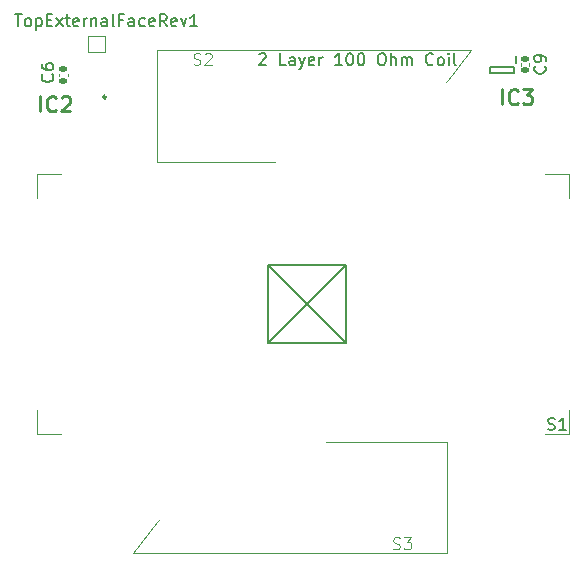
<source format=gto>
G04 #@! TF.GenerationSoftware,KiCad,Pcbnew,7.0.2*
G04 #@! TF.CreationDate,2023-07-30T22:18:18-04:00*
G04 #@! TF.ProjectId,TopExternalFaceRev1,546f7045-7874-4657-926e-616c46616365,rev?*
G04 #@! TF.SameCoordinates,Original*
G04 #@! TF.FileFunction,Legend,Top*
G04 #@! TF.FilePolarity,Positive*
%FSLAX46Y46*%
G04 Gerber Fmt 4.6, Leading zero omitted, Abs format (unit mm)*
G04 Created by KiCad (PCBNEW 7.0.2) date 2023-07-30 22:18:18*
%MOMM*%
%LPD*%
G01*
G04 APERTURE LIST*
G04 Aperture macros list*
%AMRoundRect*
0 Rectangle with rounded corners*
0 $1 Rounding radius*
0 $2 $3 $4 $5 $6 $7 $8 $9 X,Y pos of 4 corners*
0 Add a 4 corners polygon primitive as box body*
4,1,4,$2,$3,$4,$5,$6,$7,$8,$9,$2,$3,0*
0 Add four circle primitives for the rounded corners*
1,1,$1+$1,$2,$3*
1,1,$1+$1,$4,$5*
1,1,$1+$1,$6,$7*
1,1,$1+$1,$8,$9*
0 Add four rect primitives between the rounded corners*
20,1,$1+$1,$2,$3,$4,$5,0*
20,1,$1+$1,$4,$5,$6,$7,0*
20,1,$1+$1,$6,$7,$8,$9,0*
20,1,$1+$1,$8,$9,$2,$3,0*%
%AMOutline4P*
0 Free polygon, 4 corners , with rotation*
0 The origin of the aperture is its center*
0 number of corners: always 4*
0 $1 to $8 corner X, Y*
0 $9 Rotation angle, in degrees counterclockwise*
0 create outline with 4 corners*
4,1,4,$1,$2,$3,$4,$5,$6,$7,$8,$1,$2,$9*%
G04 Aperture macros list end*
%ADD10C,0.150000*%
%ADD11C,0.254000*%
%ADD12C,0.100000*%
%ADD13C,0.120000*%
%ADD14C,0.200000*%
%ADD15C,0.250000*%
%ADD16C,3.500000*%
%ADD17R,1.000000X1.000000*%
%ADD18RoundRect,0.140000X0.170000X-0.140000X0.170000X0.140000X-0.170000X0.140000X-0.170000X-0.140000X0*%
%ADD19RoundRect,0.140000X-0.170000X0.140000X-0.170000X-0.140000X0.170000X-0.140000X0.170000X0.140000X0*%
%ADD20R,0.300000X0.620000*%
%ADD21Outline4P,-8.500000X-1.500000X8.500000X-1.500000X2.500000X1.500000X-2.500000X1.500000X25.000000*%
%ADD22R,2.530000X7.220000*%
%ADD23Outline4P,-8.500000X-1.500000X8.500000X-1.500000X2.500000X1.500000X-2.500000X1.500000X205.000000*%
%ADD24R,0.600000X0.350000*%
%ADD25R,1.100000X1.700000*%
G04 APERTURE END LIST*
D10*
X122000000Y-121800000D02*
X128600000Y-121800000D01*
X128600000Y-128400000D01*
X122000000Y-128400000D01*
X122000000Y-121800000D01*
X128600000Y-121800000D02*
X122000000Y-128400000D01*
X122000000Y-121800000D02*
X128600000Y-128400000D01*
X121290476Y-103972857D02*
X121338095Y-103925238D01*
X121338095Y-103925238D02*
X121433333Y-103877619D01*
X121433333Y-103877619D02*
X121671428Y-103877619D01*
X121671428Y-103877619D02*
X121766666Y-103925238D01*
X121766666Y-103925238D02*
X121814285Y-103972857D01*
X121814285Y-103972857D02*
X121861904Y-104068095D01*
X121861904Y-104068095D02*
X121861904Y-104163333D01*
X121861904Y-104163333D02*
X121814285Y-104306190D01*
X121814285Y-104306190D02*
X121242857Y-104877619D01*
X121242857Y-104877619D02*
X121861904Y-104877619D01*
X123528571Y-104877619D02*
X123052381Y-104877619D01*
X123052381Y-104877619D02*
X123052381Y-103877619D01*
X124290476Y-104877619D02*
X124290476Y-104353809D01*
X124290476Y-104353809D02*
X124242857Y-104258571D01*
X124242857Y-104258571D02*
X124147619Y-104210952D01*
X124147619Y-104210952D02*
X123957143Y-104210952D01*
X123957143Y-104210952D02*
X123861905Y-104258571D01*
X124290476Y-104830000D02*
X124195238Y-104877619D01*
X124195238Y-104877619D02*
X123957143Y-104877619D01*
X123957143Y-104877619D02*
X123861905Y-104830000D01*
X123861905Y-104830000D02*
X123814286Y-104734761D01*
X123814286Y-104734761D02*
X123814286Y-104639523D01*
X123814286Y-104639523D02*
X123861905Y-104544285D01*
X123861905Y-104544285D02*
X123957143Y-104496666D01*
X123957143Y-104496666D02*
X124195238Y-104496666D01*
X124195238Y-104496666D02*
X124290476Y-104449047D01*
X124671429Y-104210952D02*
X124909524Y-104877619D01*
X125147619Y-104210952D02*
X124909524Y-104877619D01*
X124909524Y-104877619D02*
X124814286Y-105115714D01*
X124814286Y-105115714D02*
X124766667Y-105163333D01*
X124766667Y-105163333D02*
X124671429Y-105210952D01*
X125909524Y-104830000D02*
X125814286Y-104877619D01*
X125814286Y-104877619D02*
X125623810Y-104877619D01*
X125623810Y-104877619D02*
X125528572Y-104830000D01*
X125528572Y-104830000D02*
X125480953Y-104734761D01*
X125480953Y-104734761D02*
X125480953Y-104353809D01*
X125480953Y-104353809D02*
X125528572Y-104258571D01*
X125528572Y-104258571D02*
X125623810Y-104210952D01*
X125623810Y-104210952D02*
X125814286Y-104210952D01*
X125814286Y-104210952D02*
X125909524Y-104258571D01*
X125909524Y-104258571D02*
X125957143Y-104353809D01*
X125957143Y-104353809D02*
X125957143Y-104449047D01*
X125957143Y-104449047D02*
X125480953Y-104544285D01*
X126385715Y-104877619D02*
X126385715Y-104210952D01*
X126385715Y-104401428D02*
X126433334Y-104306190D01*
X126433334Y-104306190D02*
X126480953Y-104258571D01*
X126480953Y-104258571D02*
X126576191Y-104210952D01*
X126576191Y-104210952D02*
X126671429Y-104210952D01*
X128290477Y-104877619D02*
X127719049Y-104877619D01*
X128004763Y-104877619D02*
X128004763Y-103877619D01*
X128004763Y-103877619D02*
X127909525Y-104020476D01*
X127909525Y-104020476D02*
X127814287Y-104115714D01*
X127814287Y-104115714D02*
X127719049Y-104163333D01*
X128909525Y-103877619D02*
X129004763Y-103877619D01*
X129004763Y-103877619D02*
X129100001Y-103925238D01*
X129100001Y-103925238D02*
X129147620Y-103972857D01*
X129147620Y-103972857D02*
X129195239Y-104068095D01*
X129195239Y-104068095D02*
X129242858Y-104258571D01*
X129242858Y-104258571D02*
X129242858Y-104496666D01*
X129242858Y-104496666D02*
X129195239Y-104687142D01*
X129195239Y-104687142D02*
X129147620Y-104782380D01*
X129147620Y-104782380D02*
X129100001Y-104830000D01*
X129100001Y-104830000D02*
X129004763Y-104877619D01*
X129004763Y-104877619D02*
X128909525Y-104877619D01*
X128909525Y-104877619D02*
X128814287Y-104830000D01*
X128814287Y-104830000D02*
X128766668Y-104782380D01*
X128766668Y-104782380D02*
X128719049Y-104687142D01*
X128719049Y-104687142D02*
X128671430Y-104496666D01*
X128671430Y-104496666D02*
X128671430Y-104258571D01*
X128671430Y-104258571D02*
X128719049Y-104068095D01*
X128719049Y-104068095D02*
X128766668Y-103972857D01*
X128766668Y-103972857D02*
X128814287Y-103925238D01*
X128814287Y-103925238D02*
X128909525Y-103877619D01*
X129861906Y-103877619D02*
X129957144Y-103877619D01*
X129957144Y-103877619D02*
X130052382Y-103925238D01*
X130052382Y-103925238D02*
X130100001Y-103972857D01*
X130100001Y-103972857D02*
X130147620Y-104068095D01*
X130147620Y-104068095D02*
X130195239Y-104258571D01*
X130195239Y-104258571D02*
X130195239Y-104496666D01*
X130195239Y-104496666D02*
X130147620Y-104687142D01*
X130147620Y-104687142D02*
X130100001Y-104782380D01*
X130100001Y-104782380D02*
X130052382Y-104830000D01*
X130052382Y-104830000D02*
X129957144Y-104877619D01*
X129957144Y-104877619D02*
X129861906Y-104877619D01*
X129861906Y-104877619D02*
X129766668Y-104830000D01*
X129766668Y-104830000D02*
X129719049Y-104782380D01*
X129719049Y-104782380D02*
X129671430Y-104687142D01*
X129671430Y-104687142D02*
X129623811Y-104496666D01*
X129623811Y-104496666D02*
X129623811Y-104258571D01*
X129623811Y-104258571D02*
X129671430Y-104068095D01*
X129671430Y-104068095D02*
X129719049Y-103972857D01*
X129719049Y-103972857D02*
X129766668Y-103925238D01*
X129766668Y-103925238D02*
X129861906Y-103877619D01*
X131576192Y-103877619D02*
X131766668Y-103877619D01*
X131766668Y-103877619D02*
X131861906Y-103925238D01*
X131861906Y-103925238D02*
X131957144Y-104020476D01*
X131957144Y-104020476D02*
X132004763Y-104210952D01*
X132004763Y-104210952D02*
X132004763Y-104544285D01*
X132004763Y-104544285D02*
X131957144Y-104734761D01*
X131957144Y-104734761D02*
X131861906Y-104830000D01*
X131861906Y-104830000D02*
X131766668Y-104877619D01*
X131766668Y-104877619D02*
X131576192Y-104877619D01*
X131576192Y-104877619D02*
X131480954Y-104830000D01*
X131480954Y-104830000D02*
X131385716Y-104734761D01*
X131385716Y-104734761D02*
X131338097Y-104544285D01*
X131338097Y-104544285D02*
X131338097Y-104210952D01*
X131338097Y-104210952D02*
X131385716Y-104020476D01*
X131385716Y-104020476D02*
X131480954Y-103925238D01*
X131480954Y-103925238D02*
X131576192Y-103877619D01*
X132433335Y-104877619D02*
X132433335Y-103877619D01*
X132861906Y-104877619D02*
X132861906Y-104353809D01*
X132861906Y-104353809D02*
X132814287Y-104258571D01*
X132814287Y-104258571D02*
X132719049Y-104210952D01*
X132719049Y-104210952D02*
X132576192Y-104210952D01*
X132576192Y-104210952D02*
X132480954Y-104258571D01*
X132480954Y-104258571D02*
X132433335Y-104306190D01*
X133338097Y-104877619D02*
X133338097Y-104210952D01*
X133338097Y-104306190D02*
X133385716Y-104258571D01*
X133385716Y-104258571D02*
X133480954Y-104210952D01*
X133480954Y-104210952D02*
X133623811Y-104210952D01*
X133623811Y-104210952D02*
X133719049Y-104258571D01*
X133719049Y-104258571D02*
X133766668Y-104353809D01*
X133766668Y-104353809D02*
X133766668Y-104877619D01*
X133766668Y-104353809D02*
X133814287Y-104258571D01*
X133814287Y-104258571D02*
X133909525Y-104210952D01*
X133909525Y-104210952D02*
X134052382Y-104210952D01*
X134052382Y-104210952D02*
X134147621Y-104258571D01*
X134147621Y-104258571D02*
X134195240Y-104353809D01*
X134195240Y-104353809D02*
X134195240Y-104877619D01*
X136004763Y-104782380D02*
X135957144Y-104830000D01*
X135957144Y-104830000D02*
X135814287Y-104877619D01*
X135814287Y-104877619D02*
X135719049Y-104877619D01*
X135719049Y-104877619D02*
X135576192Y-104830000D01*
X135576192Y-104830000D02*
X135480954Y-104734761D01*
X135480954Y-104734761D02*
X135433335Y-104639523D01*
X135433335Y-104639523D02*
X135385716Y-104449047D01*
X135385716Y-104449047D02*
X135385716Y-104306190D01*
X135385716Y-104306190D02*
X135433335Y-104115714D01*
X135433335Y-104115714D02*
X135480954Y-104020476D01*
X135480954Y-104020476D02*
X135576192Y-103925238D01*
X135576192Y-103925238D02*
X135719049Y-103877619D01*
X135719049Y-103877619D02*
X135814287Y-103877619D01*
X135814287Y-103877619D02*
X135957144Y-103925238D01*
X135957144Y-103925238D02*
X136004763Y-103972857D01*
X136576192Y-104877619D02*
X136480954Y-104830000D01*
X136480954Y-104830000D02*
X136433335Y-104782380D01*
X136433335Y-104782380D02*
X136385716Y-104687142D01*
X136385716Y-104687142D02*
X136385716Y-104401428D01*
X136385716Y-104401428D02*
X136433335Y-104306190D01*
X136433335Y-104306190D02*
X136480954Y-104258571D01*
X136480954Y-104258571D02*
X136576192Y-104210952D01*
X136576192Y-104210952D02*
X136719049Y-104210952D01*
X136719049Y-104210952D02*
X136814287Y-104258571D01*
X136814287Y-104258571D02*
X136861906Y-104306190D01*
X136861906Y-104306190D02*
X136909525Y-104401428D01*
X136909525Y-104401428D02*
X136909525Y-104687142D01*
X136909525Y-104687142D02*
X136861906Y-104782380D01*
X136861906Y-104782380D02*
X136814287Y-104830000D01*
X136814287Y-104830000D02*
X136719049Y-104877619D01*
X136719049Y-104877619D02*
X136576192Y-104877619D01*
X137338097Y-104877619D02*
X137338097Y-104210952D01*
X137338097Y-103877619D02*
X137290478Y-103925238D01*
X137290478Y-103925238D02*
X137338097Y-103972857D01*
X137338097Y-103972857D02*
X137385716Y-103925238D01*
X137385716Y-103925238D02*
X137338097Y-103877619D01*
X137338097Y-103877619D02*
X137338097Y-103972857D01*
X137957144Y-104877619D02*
X137861906Y-104830000D01*
X137861906Y-104830000D02*
X137814287Y-104734761D01*
X137814287Y-104734761D02*
X137814287Y-103877619D01*
X100595238Y-100577619D02*
X101166666Y-100577619D01*
X100880952Y-101577619D02*
X100880952Y-100577619D01*
X101642857Y-101577619D02*
X101547619Y-101530000D01*
X101547619Y-101530000D02*
X101500000Y-101482380D01*
X101500000Y-101482380D02*
X101452381Y-101387142D01*
X101452381Y-101387142D02*
X101452381Y-101101428D01*
X101452381Y-101101428D02*
X101500000Y-101006190D01*
X101500000Y-101006190D02*
X101547619Y-100958571D01*
X101547619Y-100958571D02*
X101642857Y-100910952D01*
X101642857Y-100910952D02*
X101785714Y-100910952D01*
X101785714Y-100910952D02*
X101880952Y-100958571D01*
X101880952Y-100958571D02*
X101928571Y-101006190D01*
X101928571Y-101006190D02*
X101976190Y-101101428D01*
X101976190Y-101101428D02*
X101976190Y-101387142D01*
X101976190Y-101387142D02*
X101928571Y-101482380D01*
X101928571Y-101482380D02*
X101880952Y-101530000D01*
X101880952Y-101530000D02*
X101785714Y-101577619D01*
X101785714Y-101577619D02*
X101642857Y-101577619D01*
X102404762Y-100910952D02*
X102404762Y-101910952D01*
X102404762Y-100958571D02*
X102500000Y-100910952D01*
X102500000Y-100910952D02*
X102690476Y-100910952D01*
X102690476Y-100910952D02*
X102785714Y-100958571D01*
X102785714Y-100958571D02*
X102833333Y-101006190D01*
X102833333Y-101006190D02*
X102880952Y-101101428D01*
X102880952Y-101101428D02*
X102880952Y-101387142D01*
X102880952Y-101387142D02*
X102833333Y-101482380D01*
X102833333Y-101482380D02*
X102785714Y-101530000D01*
X102785714Y-101530000D02*
X102690476Y-101577619D01*
X102690476Y-101577619D02*
X102500000Y-101577619D01*
X102500000Y-101577619D02*
X102404762Y-101530000D01*
X103309524Y-101053809D02*
X103642857Y-101053809D01*
X103785714Y-101577619D02*
X103309524Y-101577619D01*
X103309524Y-101577619D02*
X103309524Y-100577619D01*
X103309524Y-100577619D02*
X103785714Y-100577619D01*
X104119048Y-101577619D02*
X104642857Y-100910952D01*
X104119048Y-100910952D02*
X104642857Y-101577619D01*
X104880953Y-100910952D02*
X105261905Y-100910952D01*
X105023810Y-100577619D02*
X105023810Y-101434761D01*
X105023810Y-101434761D02*
X105071429Y-101530000D01*
X105071429Y-101530000D02*
X105166667Y-101577619D01*
X105166667Y-101577619D02*
X105261905Y-101577619D01*
X105976191Y-101530000D02*
X105880953Y-101577619D01*
X105880953Y-101577619D02*
X105690477Y-101577619D01*
X105690477Y-101577619D02*
X105595239Y-101530000D01*
X105595239Y-101530000D02*
X105547620Y-101434761D01*
X105547620Y-101434761D02*
X105547620Y-101053809D01*
X105547620Y-101053809D02*
X105595239Y-100958571D01*
X105595239Y-100958571D02*
X105690477Y-100910952D01*
X105690477Y-100910952D02*
X105880953Y-100910952D01*
X105880953Y-100910952D02*
X105976191Y-100958571D01*
X105976191Y-100958571D02*
X106023810Y-101053809D01*
X106023810Y-101053809D02*
X106023810Y-101149047D01*
X106023810Y-101149047D02*
X105547620Y-101244285D01*
X106452382Y-101577619D02*
X106452382Y-100910952D01*
X106452382Y-101101428D02*
X106500001Y-101006190D01*
X106500001Y-101006190D02*
X106547620Y-100958571D01*
X106547620Y-100958571D02*
X106642858Y-100910952D01*
X106642858Y-100910952D02*
X106738096Y-100910952D01*
X107071430Y-100910952D02*
X107071430Y-101577619D01*
X107071430Y-101006190D02*
X107119049Y-100958571D01*
X107119049Y-100958571D02*
X107214287Y-100910952D01*
X107214287Y-100910952D02*
X107357144Y-100910952D01*
X107357144Y-100910952D02*
X107452382Y-100958571D01*
X107452382Y-100958571D02*
X107500001Y-101053809D01*
X107500001Y-101053809D02*
X107500001Y-101577619D01*
X108404763Y-101577619D02*
X108404763Y-101053809D01*
X108404763Y-101053809D02*
X108357144Y-100958571D01*
X108357144Y-100958571D02*
X108261906Y-100910952D01*
X108261906Y-100910952D02*
X108071430Y-100910952D01*
X108071430Y-100910952D02*
X107976192Y-100958571D01*
X108404763Y-101530000D02*
X108309525Y-101577619D01*
X108309525Y-101577619D02*
X108071430Y-101577619D01*
X108071430Y-101577619D02*
X107976192Y-101530000D01*
X107976192Y-101530000D02*
X107928573Y-101434761D01*
X107928573Y-101434761D02*
X107928573Y-101339523D01*
X107928573Y-101339523D02*
X107976192Y-101244285D01*
X107976192Y-101244285D02*
X108071430Y-101196666D01*
X108071430Y-101196666D02*
X108309525Y-101196666D01*
X108309525Y-101196666D02*
X108404763Y-101149047D01*
X109023811Y-101577619D02*
X108928573Y-101530000D01*
X108928573Y-101530000D02*
X108880954Y-101434761D01*
X108880954Y-101434761D02*
X108880954Y-100577619D01*
X109738097Y-101053809D02*
X109404764Y-101053809D01*
X109404764Y-101577619D02*
X109404764Y-100577619D01*
X109404764Y-100577619D02*
X109880954Y-100577619D01*
X110690478Y-101577619D02*
X110690478Y-101053809D01*
X110690478Y-101053809D02*
X110642859Y-100958571D01*
X110642859Y-100958571D02*
X110547621Y-100910952D01*
X110547621Y-100910952D02*
X110357145Y-100910952D01*
X110357145Y-100910952D02*
X110261907Y-100958571D01*
X110690478Y-101530000D02*
X110595240Y-101577619D01*
X110595240Y-101577619D02*
X110357145Y-101577619D01*
X110357145Y-101577619D02*
X110261907Y-101530000D01*
X110261907Y-101530000D02*
X110214288Y-101434761D01*
X110214288Y-101434761D02*
X110214288Y-101339523D01*
X110214288Y-101339523D02*
X110261907Y-101244285D01*
X110261907Y-101244285D02*
X110357145Y-101196666D01*
X110357145Y-101196666D02*
X110595240Y-101196666D01*
X110595240Y-101196666D02*
X110690478Y-101149047D01*
X111595240Y-101530000D02*
X111500002Y-101577619D01*
X111500002Y-101577619D02*
X111309526Y-101577619D01*
X111309526Y-101577619D02*
X111214288Y-101530000D01*
X111214288Y-101530000D02*
X111166669Y-101482380D01*
X111166669Y-101482380D02*
X111119050Y-101387142D01*
X111119050Y-101387142D02*
X111119050Y-101101428D01*
X111119050Y-101101428D02*
X111166669Y-101006190D01*
X111166669Y-101006190D02*
X111214288Y-100958571D01*
X111214288Y-100958571D02*
X111309526Y-100910952D01*
X111309526Y-100910952D02*
X111500002Y-100910952D01*
X111500002Y-100910952D02*
X111595240Y-100958571D01*
X112404764Y-101530000D02*
X112309526Y-101577619D01*
X112309526Y-101577619D02*
X112119050Y-101577619D01*
X112119050Y-101577619D02*
X112023812Y-101530000D01*
X112023812Y-101530000D02*
X111976193Y-101434761D01*
X111976193Y-101434761D02*
X111976193Y-101053809D01*
X111976193Y-101053809D02*
X112023812Y-100958571D01*
X112023812Y-100958571D02*
X112119050Y-100910952D01*
X112119050Y-100910952D02*
X112309526Y-100910952D01*
X112309526Y-100910952D02*
X112404764Y-100958571D01*
X112404764Y-100958571D02*
X112452383Y-101053809D01*
X112452383Y-101053809D02*
X112452383Y-101149047D01*
X112452383Y-101149047D02*
X111976193Y-101244285D01*
X113452383Y-101577619D02*
X113119050Y-101101428D01*
X112880955Y-101577619D02*
X112880955Y-100577619D01*
X112880955Y-100577619D02*
X113261907Y-100577619D01*
X113261907Y-100577619D02*
X113357145Y-100625238D01*
X113357145Y-100625238D02*
X113404764Y-100672857D01*
X113404764Y-100672857D02*
X113452383Y-100768095D01*
X113452383Y-100768095D02*
X113452383Y-100910952D01*
X113452383Y-100910952D02*
X113404764Y-101006190D01*
X113404764Y-101006190D02*
X113357145Y-101053809D01*
X113357145Y-101053809D02*
X113261907Y-101101428D01*
X113261907Y-101101428D02*
X112880955Y-101101428D01*
X114261907Y-101530000D02*
X114166669Y-101577619D01*
X114166669Y-101577619D02*
X113976193Y-101577619D01*
X113976193Y-101577619D02*
X113880955Y-101530000D01*
X113880955Y-101530000D02*
X113833336Y-101434761D01*
X113833336Y-101434761D02*
X113833336Y-101053809D01*
X113833336Y-101053809D02*
X113880955Y-100958571D01*
X113880955Y-100958571D02*
X113976193Y-100910952D01*
X113976193Y-100910952D02*
X114166669Y-100910952D01*
X114166669Y-100910952D02*
X114261907Y-100958571D01*
X114261907Y-100958571D02*
X114309526Y-101053809D01*
X114309526Y-101053809D02*
X114309526Y-101149047D01*
X114309526Y-101149047D02*
X113833336Y-101244285D01*
X114642860Y-100910952D02*
X114880955Y-101577619D01*
X114880955Y-101577619D02*
X115119050Y-100910952D01*
X116023812Y-101577619D02*
X115452384Y-101577619D01*
X115738098Y-101577619D02*
X115738098Y-100577619D01*
X115738098Y-100577619D02*
X115642860Y-100720476D01*
X115642860Y-100720476D02*
X115547622Y-100815714D01*
X115547622Y-100815714D02*
X115452384Y-100863333D01*
X145738095Y-135715000D02*
X145880952Y-135762619D01*
X145880952Y-135762619D02*
X146119047Y-135762619D01*
X146119047Y-135762619D02*
X146214285Y-135715000D01*
X146214285Y-135715000D02*
X146261904Y-135667380D01*
X146261904Y-135667380D02*
X146309523Y-135572142D01*
X146309523Y-135572142D02*
X146309523Y-135476904D01*
X146309523Y-135476904D02*
X146261904Y-135381666D01*
X146261904Y-135381666D02*
X146214285Y-135334047D01*
X146214285Y-135334047D02*
X146119047Y-135286428D01*
X146119047Y-135286428D02*
X145928571Y-135238809D01*
X145928571Y-135238809D02*
X145833333Y-135191190D01*
X145833333Y-135191190D02*
X145785714Y-135143571D01*
X145785714Y-135143571D02*
X145738095Y-135048333D01*
X145738095Y-135048333D02*
X145738095Y-134953095D01*
X145738095Y-134953095D02*
X145785714Y-134857857D01*
X145785714Y-134857857D02*
X145833333Y-134810238D01*
X145833333Y-134810238D02*
X145928571Y-134762619D01*
X145928571Y-134762619D02*
X146166666Y-134762619D01*
X146166666Y-134762619D02*
X146309523Y-134810238D01*
X147261904Y-135762619D02*
X146690476Y-135762619D01*
X146976190Y-135762619D02*
X146976190Y-134762619D01*
X146976190Y-134762619D02*
X146880952Y-134905476D01*
X146880952Y-134905476D02*
X146785714Y-135000714D01*
X146785714Y-135000714D02*
X146690476Y-135048333D01*
X145467380Y-104966666D02*
X145515000Y-105014285D01*
X145515000Y-105014285D02*
X145562619Y-105157142D01*
X145562619Y-105157142D02*
X145562619Y-105252380D01*
X145562619Y-105252380D02*
X145515000Y-105395237D01*
X145515000Y-105395237D02*
X145419761Y-105490475D01*
X145419761Y-105490475D02*
X145324523Y-105538094D01*
X145324523Y-105538094D02*
X145134047Y-105585713D01*
X145134047Y-105585713D02*
X144991190Y-105585713D01*
X144991190Y-105585713D02*
X144800714Y-105538094D01*
X144800714Y-105538094D02*
X144705476Y-105490475D01*
X144705476Y-105490475D02*
X144610238Y-105395237D01*
X144610238Y-105395237D02*
X144562619Y-105252380D01*
X144562619Y-105252380D02*
X144562619Y-105157142D01*
X144562619Y-105157142D02*
X144610238Y-105014285D01*
X144610238Y-105014285D02*
X144657857Y-104966666D01*
X145562619Y-104490475D02*
X145562619Y-104299999D01*
X145562619Y-104299999D02*
X145515000Y-104204761D01*
X145515000Y-104204761D02*
X145467380Y-104157142D01*
X145467380Y-104157142D02*
X145324523Y-104061904D01*
X145324523Y-104061904D02*
X145134047Y-104014285D01*
X145134047Y-104014285D02*
X144753095Y-104014285D01*
X144753095Y-104014285D02*
X144657857Y-104061904D01*
X144657857Y-104061904D02*
X144610238Y-104109523D01*
X144610238Y-104109523D02*
X144562619Y-104204761D01*
X144562619Y-104204761D02*
X144562619Y-104395237D01*
X144562619Y-104395237D02*
X144610238Y-104490475D01*
X144610238Y-104490475D02*
X144657857Y-104538094D01*
X144657857Y-104538094D02*
X144753095Y-104585713D01*
X144753095Y-104585713D02*
X144991190Y-104585713D01*
X144991190Y-104585713D02*
X145086428Y-104538094D01*
X145086428Y-104538094D02*
X145134047Y-104490475D01*
X145134047Y-104490475D02*
X145181666Y-104395237D01*
X145181666Y-104395237D02*
X145181666Y-104204761D01*
X145181666Y-104204761D02*
X145134047Y-104109523D01*
X145134047Y-104109523D02*
X145086428Y-104061904D01*
X145086428Y-104061904D02*
X144991190Y-104014285D01*
X103767380Y-105666666D02*
X103815000Y-105714285D01*
X103815000Y-105714285D02*
X103862619Y-105857142D01*
X103862619Y-105857142D02*
X103862619Y-105952380D01*
X103862619Y-105952380D02*
X103815000Y-106095237D01*
X103815000Y-106095237D02*
X103719761Y-106190475D01*
X103719761Y-106190475D02*
X103624523Y-106238094D01*
X103624523Y-106238094D02*
X103434047Y-106285713D01*
X103434047Y-106285713D02*
X103291190Y-106285713D01*
X103291190Y-106285713D02*
X103100714Y-106238094D01*
X103100714Y-106238094D02*
X103005476Y-106190475D01*
X103005476Y-106190475D02*
X102910238Y-106095237D01*
X102910238Y-106095237D02*
X102862619Y-105952380D01*
X102862619Y-105952380D02*
X102862619Y-105857142D01*
X102862619Y-105857142D02*
X102910238Y-105714285D01*
X102910238Y-105714285D02*
X102957857Y-105666666D01*
X102862619Y-104809523D02*
X102862619Y-104999999D01*
X102862619Y-104999999D02*
X102910238Y-105095237D01*
X102910238Y-105095237D02*
X102957857Y-105142856D01*
X102957857Y-105142856D02*
X103100714Y-105238094D01*
X103100714Y-105238094D02*
X103291190Y-105285713D01*
X103291190Y-105285713D02*
X103672142Y-105285713D01*
X103672142Y-105285713D02*
X103767380Y-105238094D01*
X103767380Y-105238094D02*
X103815000Y-105190475D01*
X103815000Y-105190475D02*
X103862619Y-105095237D01*
X103862619Y-105095237D02*
X103862619Y-104904761D01*
X103862619Y-104904761D02*
X103815000Y-104809523D01*
X103815000Y-104809523D02*
X103767380Y-104761904D01*
X103767380Y-104761904D02*
X103672142Y-104714285D01*
X103672142Y-104714285D02*
X103434047Y-104714285D01*
X103434047Y-104714285D02*
X103338809Y-104761904D01*
X103338809Y-104761904D02*
X103291190Y-104809523D01*
X103291190Y-104809523D02*
X103243571Y-104904761D01*
X103243571Y-104904761D02*
X103243571Y-105095237D01*
X103243571Y-105095237D02*
X103291190Y-105190475D01*
X103291190Y-105190475D02*
X103338809Y-105238094D01*
X103338809Y-105238094D02*
X103434047Y-105285713D01*
D11*
X141860237Y-108187526D02*
X141860237Y-106917526D01*
X143190714Y-108066573D02*
X143130238Y-108127050D01*
X143130238Y-108127050D02*
X142948809Y-108187526D01*
X142948809Y-108187526D02*
X142827857Y-108187526D01*
X142827857Y-108187526D02*
X142646428Y-108127050D01*
X142646428Y-108127050D02*
X142525476Y-108006097D01*
X142525476Y-108006097D02*
X142464999Y-107885145D01*
X142464999Y-107885145D02*
X142404523Y-107643240D01*
X142404523Y-107643240D02*
X142404523Y-107461811D01*
X142404523Y-107461811D02*
X142464999Y-107219907D01*
X142464999Y-107219907D02*
X142525476Y-107098954D01*
X142525476Y-107098954D02*
X142646428Y-106978002D01*
X142646428Y-106978002D02*
X142827857Y-106917526D01*
X142827857Y-106917526D02*
X142948809Y-106917526D01*
X142948809Y-106917526D02*
X143130238Y-106978002D01*
X143130238Y-106978002D02*
X143190714Y-107038478D01*
X143614047Y-106917526D02*
X144400238Y-106917526D01*
X144400238Y-106917526D02*
X143976904Y-107401335D01*
X143976904Y-107401335D02*
X144158333Y-107401335D01*
X144158333Y-107401335D02*
X144279285Y-107461811D01*
X144279285Y-107461811D02*
X144339761Y-107522288D01*
X144339761Y-107522288D02*
X144400238Y-107643240D01*
X144400238Y-107643240D02*
X144400238Y-107945621D01*
X144400238Y-107945621D02*
X144339761Y-108066573D01*
X144339761Y-108066573D02*
X144279285Y-108127050D01*
X144279285Y-108127050D02*
X144158333Y-108187526D01*
X144158333Y-108187526D02*
X143795476Y-108187526D01*
X143795476Y-108187526D02*
X143674523Y-108127050D01*
X143674523Y-108127050D02*
X143614047Y-108066573D01*
D12*
X132638095Y-145815000D02*
X132780952Y-145862619D01*
X132780952Y-145862619D02*
X133019047Y-145862619D01*
X133019047Y-145862619D02*
X133114285Y-145815000D01*
X133114285Y-145815000D02*
X133161904Y-145767380D01*
X133161904Y-145767380D02*
X133209523Y-145672142D01*
X133209523Y-145672142D02*
X133209523Y-145576904D01*
X133209523Y-145576904D02*
X133161904Y-145481666D01*
X133161904Y-145481666D02*
X133114285Y-145434047D01*
X133114285Y-145434047D02*
X133019047Y-145386428D01*
X133019047Y-145386428D02*
X132828571Y-145338809D01*
X132828571Y-145338809D02*
X132733333Y-145291190D01*
X132733333Y-145291190D02*
X132685714Y-145243571D01*
X132685714Y-145243571D02*
X132638095Y-145148333D01*
X132638095Y-145148333D02*
X132638095Y-145053095D01*
X132638095Y-145053095D02*
X132685714Y-144957857D01*
X132685714Y-144957857D02*
X132733333Y-144910238D01*
X132733333Y-144910238D02*
X132828571Y-144862619D01*
X132828571Y-144862619D02*
X133066666Y-144862619D01*
X133066666Y-144862619D02*
X133209523Y-144910238D01*
X133542857Y-144862619D02*
X134161904Y-144862619D01*
X134161904Y-144862619D02*
X133828571Y-145243571D01*
X133828571Y-145243571D02*
X133971428Y-145243571D01*
X133971428Y-145243571D02*
X134066666Y-145291190D01*
X134066666Y-145291190D02*
X134114285Y-145338809D01*
X134114285Y-145338809D02*
X134161904Y-145434047D01*
X134161904Y-145434047D02*
X134161904Y-145672142D01*
X134161904Y-145672142D02*
X134114285Y-145767380D01*
X134114285Y-145767380D02*
X134066666Y-145815000D01*
X134066666Y-145815000D02*
X133971428Y-145862619D01*
X133971428Y-145862619D02*
X133685714Y-145862619D01*
X133685714Y-145862619D02*
X133590476Y-145815000D01*
X133590476Y-145815000D02*
X133542857Y-145767380D01*
X115738095Y-104815000D02*
X115880952Y-104862619D01*
X115880952Y-104862619D02*
X116119047Y-104862619D01*
X116119047Y-104862619D02*
X116214285Y-104815000D01*
X116214285Y-104815000D02*
X116261904Y-104767380D01*
X116261904Y-104767380D02*
X116309523Y-104672142D01*
X116309523Y-104672142D02*
X116309523Y-104576904D01*
X116309523Y-104576904D02*
X116261904Y-104481666D01*
X116261904Y-104481666D02*
X116214285Y-104434047D01*
X116214285Y-104434047D02*
X116119047Y-104386428D01*
X116119047Y-104386428D02*
X115928571Y-104338809D01*
X115928571Y-104338809D02*
X115833333Y-104291190D01*
X115833333Y-104291190D02*
X115785714Y-104243571D01*
X115785714Y-104243571D02*
X115738095Y-104148333D01*
X115738095Y-104148333D02*
X115738095Y-104053095D01*
X115738095Y-104053095D02*
X115785714Y-103957857D01*
X115785714Y-103957857D02*
X115833333Y-103910238D01*
X115833333Y-103910238D02*
X115928571Y-103862619D01*
X115928571Y-103862619D02*
X116166666Y-103862619D01*
X116166666Y-103862619D02*
X116309523Y-103910238D01*
X116690476Y-103957857D02*
X116738095Y-103910238D01*
X116738095Y-103910238D02*
X116833333Y-103862619D01*
X116833333Y-103862619D02*
X117071428Y-103862619D01*
X117071428Y-103862619D02*
X117166666Y-103910238D01*
X117166666Y-103910238D02*
X117214285Y-103957857D01*
X117214285Y-103957857D02*
X117261904Y-104053095D01*
X117261904Y-104053095D02*
X117261904Y-104148333D01*
X117261904Y-104148333D02*
X117214285Y-104291190D01*
X117214285Y-104291190D02*
X116642857Y-104862619D01*
X116642857Y-104862619D02*
X117261904Y-104862619D01*
D11*
X102760237Y-108787526D02*
X102760237Y-107517526D01*
X104090714Y-108666573D02*
X104030238Y-108727050D01*
X104030238Y-108727050D02*
X103848809Y-108787526D01*
X103848809Y-108787526D02*
X103727857Y-108787526D01*
X103727857Y-108787526D02*
X103546428Y-108727050D01*
X103546428Y-108727050D02*
X103425476Y-108606097D01*
X103425476Y-108606097D02*
X103364999Y-108485145D01*
X103364999Y-108485145D02*
X103304523Y-108243240D01*
X103304523Y-108243240D02*
X103304523Y-108061811D01*
X103304523Y-108061811D02*
X103364999Y-107819907D01*
X103364999Y-107819907D02*
X103425476Y-107698954D01*
X103425476Y-107698954D02*
X103546428Y-107578002D01*
X103546428Y-107578002D02*
X103727857Y-107517526D01*
X103727857Y-107517526D02*
X103848809Y-107517526D01*
X103848809Y-107517526D02*
X104030238Y-107578002D01*
X104030238Y-107578002D02*
X104090714Y-107638478D01*
X104574523Y-107638478D02*
X104634999Y-107578002D01*
X104634999Y-107578002D02*
X104755952Y-107517526D01*
X104755952Y-107517526D02*
X105058333Y-107517526D01*
X105058333Y-107517526D02*
X105179285Y-107578002D01*
X105179285Y-107578002D02*
X105239761Y-107638478D01*
X105239761Y-107638478D02*
X105300238Y-107759430D01*
X105300238Y-107759430D02*
X105300238Y-107880383D01*
X105300238Y-107880383D02*
X105239761Y-108061811D01*
X105239761Y-108061811D02*
X104514047Y-108787526D01*
X104514047Y-108787526D02*
X105300238Y-108787526D01*
D13*
X147500000Y-136100000D02*
X147500000Y-134100000D01*
X147500000Y-136100000D02*
X145500000Y-136100000D01*
X147500000Y-114100000D02*
X147500000Y-116100000D01*
X147500000Y-114100000D02*
X145500000Y-114100000D01*
X102500000Y-136100000D02*
X104500000Y-136100000D01*
X102500000Y-136100000D02*
X102500000Y-134100000D01*
X102500000Y-114100000D02*
X104500000Y-114100000D01*
X102500000Y-114100000D02*
X102500000Y-116100000D01*
X106800000Y-102400000D02*
X108200000Y-102400000D01*
X106800000Y-103800000D02*
X106800000Y-102400000D01*
X108200000Y-102400000D02*
X108200000Y-103800000D01*
X108200000Y-103800000D02*
X106800000Y-103800000D01*
X143440000Y-104907836D02*
X143440000Y-104692164D01*
X144160000Y-104907836D02*
X144160000Y-104692164D01*
X105060000Y-105592164D02*
X105060000Y-105807836D01*
X104340000Y-105592164D02*
X104340000Y-105807836D01*
D14*
X143000000Y-104070000D02*
X143000000Y-104690000D01*
X142900000Y-105040000D02*
X142900000Y-105540000D01*
X140800000Y-105040000D02*
X142900000Y-105040000D01*
X142900000Y-105540000D02*
X140800000Y-105540000D01*
X140800000Y-105540000D02*
X140800000Y-105040000D01*
D12*
X110615500Y-146174003D02*
X116102500Y-139046003D01*
X116102500Y-139046003D02*
X120928500Y-136760003D01*
X120928500Y-136760003D02*
X137184500Y-136760003D01*
X137184500Y-136760003D02*
X137184500Y-146174003D01*
X137184500Y-146174003D02*
X110615500Y-146174003D01*
X139184500Y-103625997D02*
X133697500Y-110753997D01*
X133697500Y-110753997D02*
X128871500Y-113039997D01*
X128871500Y-113039997D02*
X112615500Y-113039997D01*
X112615500Y-113039997D02*
X112615500Y-103625997D01*
X112615500Y-103625997D02*
X139184500Y-103625997D01*
D15*
X108325000Y-107575000D02*
G75*
G03*
X108325000Y-107575000I-125000J0D01*
G01*
%LPC*%
D16*
X144500000Y-125100000D03*
X105500000Y-125100000D03*
D17*
X107500000Y-103100000D03*
D18*
X143800000Y-105280000D03*
X143800000Y-104320000D03*
D19*
X104700000Y-105220000D03*
X104700000Y-106180000D03*
D20*
X142600000Y-104380000D03*
X142100000Y-104380000D03*
X141600000Y-104380000D03*
X141100000Y-104380000D03*
X141100000Y-106200000D03*
X141600000Y-106200000D03*
X142100000Y-106200000D03*
X142600000Y-106200000D03*
D21*
X119150500Y-138792003D03*
D22*
X135675500Y-142484003D03*
D23*
X130649500Y-111007997D03*
D22*
X114124500Y-107315997D03*
D24*
X107900000Y-106900000D03*
X107900000Y-106250000D03*
X107900000Y-105600000D03*
X105800000Y-105600000D03*
X105800000Y-106250000D03*
X105800000Y-106900000D03*
D25*
X106850000Y-106250000D03*
%LPD*%
M02*

</source>
